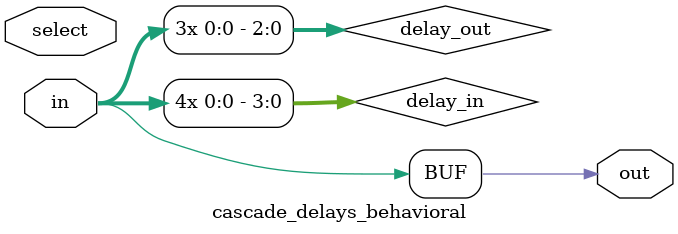
<source format=sv>


// Fall:
// [161, 179, 196, 214, 232] пс



`timescale 1ns / 1ps

module cascade_delays_behavioral(
    input wire in,
    input wire [3:0] select,
    output reg out
);

    // Внутренние сигналы для отслеживания задержек
    reg [3:0] delay_in;
    reg [2:0] delay_out;
    
    // Stage 0: Buffer delay + Mux delay
    // Buffer: I -> delay_in[0], delays: 21ps (both rise and fall)
    always @(in) begin
        delay_in[0] <= #0.021 in;
    end
    
    // Mux: I0=in (direct), I1=delay_in[0] (delayed), S=select[0], Z=delay_out[0]
    // When S=0: output = I0 (direct path)
    // When S=1: output = I1 (delayed path)
    always @(in or delay_in[0] or select[0]) begin
        if (select[0] == 1'b0) begin
            // I0 path (direct): 40ps rise, 37ps fall
            if (in == 1'b1)
                delay_out[0] <= #0.040 in;
            else
                delay_out[0] <= #0.037 in;
        end else begin
            // I1 path (delayed): 38ps rise, 34ps fall
            if (delay_in[0] == 1'b1)
                delay_out[0] <= #0.038 delay_in[0];
            else
                delay_out[0] <= #0.034 delay_in[0];
        end
    end
    
    // Stage 1: Buffer delay + Mux delay
    // Buffer: 23ps rise, 24ps fall
    always @(delay_out[0]) begin
        if (delay_out[0] == 1'b1)
            delay_in[1] <= #0.023 delay_out[0];
        else
            delay_in[1] <= #0.024 delay_out[0];
    end
    
    // Mux: I0=delay_out[0] (direct), I1=delay_in[1] (delayed), S=select[1]
    always @(delay_out[0] or delay_in[1] or select[1]) begin
        if (select[1] == 1'b0) begin
            // I0 path (direct): 42ps rise, 41ps fall
            if (delay_out[0] == 1'b1)
                delay_out[1] <= #0.042 delay_out[0];
            else
                delay_out[1] <= #0.041 delay_out[0];
        end else begin
            // I1 path (delayed): 38ps rise, 34ps fall
            if (delay_in[1] == 1'b1)
                delay_out[1] <= #0.038 delay_in[1];
            else
                delay_out[1] <= #0.034 delay_in[1];
        end
    end
    
    // Stage 2: Buffer delay + Mux delay
    // Buffer: 23ps rise, 24ps fall
    always @(delay_out[1]) begin
        if (delay_out[1] == 1'b1)
            delay_in[2] <= #0.023 delay_out[1];
        else
            delay_in[2] <= #0.024 delay_out[1];
    end
    
    always @(delay_out[1] or delay_in[2] or select[2]) begin
        if (select[2] == 1'b0) begin
            // I0 path (direct): 42ps rise, 41ps fall
            if (delay_out[1] == 1'b1)
                delay_out[2] <= #0.042 delay_out[1];
            else
                delay_out[2] <= #0.041 delay_out[1];
        end else begin
            // I1 path (delayed): 38ps rise, 34ps fall
            if (delay_in[2] == 1'b1)
                delay_out[2] <= #0.038 delay_in[2];
            else
                delay_out[2] <= #0.034 delay_in[2];
        end
    end
    
    // Stage 3: Buffer delay + Mux delay (последний каскад с другими задержками)
    // Buffer: 23ps rise, 24ps fall
    always @(delay_out[2]) begin
        if (delay_out[2] == 1'b1)
            delay_in[3] <= #0.023 delay_out[2];
        else
            delay_in[3] <= #0.024 delay_out[2];
    end
    
    // Mux: I0=delay_out[2] (direct), I1=delay_in[3] (delayed), S=select[3], Z=out
    always @(delay_out[2] or delay_in[3] or select[3]) begin
        if (select[3] == 1'b0) begin
            // I0 path (direct): 33ps rise, 34ps fall
            if (delay_out[2] == 1'b1)
                out <= #0.033 delay_out[2];
            else
                out <= #0.034 delay_out[2];
        end else begin
            // I1 path (delayed): 29ps rise, 27ps fall
            if (delay_in[3] == 1'b1)
                out <= #0.029 delay_in[3];
            else
                out <= #0.027 delay_in[3];
        end
    end

endmodule
</source>
